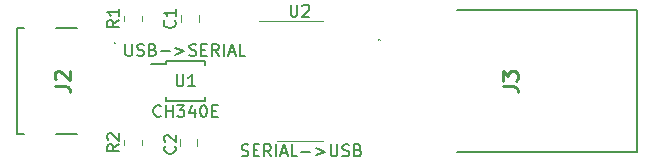
<source format=gbr>
%TF.GenerationSoftware,KiCad,Pcbnew,7.0.2*%
%TF.CreationDate,2024-06-22T12:15:53+01:00*%
%TF.ProjectId,USB HID,55534220-4849-4442-9e6b-696361645f70,rev?*%
%TF.SameCoordinates,Original*%
%TF.FileFunction,Legend,Top*%
%TF.FilePolarity,Positive*%
%FSLAX46Y46*%
G04 Gerber Fmt 4.6, Leading zero omitted, Abs format (unit mm)*
G04 Created by KiCad (PCBNEW 7.0.2) date 2024-06-22 12:15:53*
%MOMM*%
%LPD*%
G01*
G04 APERTURE LIST*
%ADD10C,0.150000*%
%ADD11C,0.254000*%
%ADD12C,0.120000*%
%ADD13C,0.200000*%
%ADD14C,0.100000*%
G04 APERTURE END LIST*
D10*
X128833977Y-81110000D02*
X128976834Y-81157619D01*
X128976834Y-81157619D02*
X129214929Y-81157619D01*
X129214929Y-81157619D02*
X129310167Y-81110000D01*
X129310167Y-81110000D02*
X129357786Y-81062380D01*
X129357786Y-81062380D02*
X129405405Y-80967142D01*
X129405405Y-80967142D02*
X129405405Y-80871904D01*
X129405405Y-80871904D02*
X129357786Y-80776666D01*
X129357786Y-80776666D02*
X129310167Y-80729047D01*
X129310167Y-80729047D02*
X129214929Y-80681428D01*
X129214929Y-80681428D02*
X129024453Y-80633809D01*
X129024453Y-80633809D02*
X128929215Y-80586190D01*
X128929215Y-80586190D02*
X128881596Y-80538571D01*
X128881596Y-80538571D02*
X128833977Y-80443333D01*
X128833977Y-80443333D02*
X128833977Y-80348095D01*
X128833977Y-80348095D02*
X128881596Y-80252857D01*
X128881596Y-80252857D02*
X128929215Y-80205238D01*
X128929215Y-80205238D02*
X129024453Y-80157619D01*
X129024453Y-80157619D02*
X129262548Y-80157619D01*
X129262548Y-80157619D02*
X129405405Y-80205238D01*
X129833977Y-80633809D02*
X130167310Y-80633809D01*
X130310167Y-81157619D02*
X129833977Y-81157619D01*
X129833977Y-81157619D02*
X129833977Y-80157619D01*
X129833977Y-80157619D02*
X130310167Y-80157619D01*
X131310167Y-81157619D02*
X130976834Y-80681428D01*
X130738739Y-81157619D02*
X130738739Y-80157619D01*
X130738739Y-80157619D02*
X131119691Y-80157619D01*
X131119691Y-80157619D02*
X131214929Y-80205238D01*
X131214929Y-80205238D02*
X131262548Y-80252857D01*
X131262548Y-80252857D02*
X131310167Y-80348095D01*
X131310167Y-80348095D02*
X131310167Y-80490952D01*
X131310167Y-80490952D02*
X131262548Y-80586190D01*
X131262548Y-80586190D02*
X131214929Y-80633809D01*
X131214929Y-80633809D02*
X131119691Y-80681428D01*
X131119691Y-80681428D02*
X130738739Y-80681428D01*
X131738739Y-81157619D02*
X131738739Y-80157619D01*
X132167310Y-80871904D02*
X132643500Y-80871904D01*
X132072072Y-81157619D02*
X132405405Y-80157619D01*
X132405405Y-80157619D02*
X132738738Y-81157619D01*
X133548262Y-81157619D02*
X133072072Y-81157619D01*
X133072072Y-81157619D02*
X133072072Y-80157619D01*
X133881596Y-80776666D02*
X134643501Y-80776666D01*
X135119691Y-80490952D02*
X135881596Y-80776666D01*
X135881596Y-80776666D02*
X135119691Y-81062380D01*
X136357786Y-80157619D02*
X136357786Y-80967142D01*
X136357786Y-80967142D02*
X136405405Y-81062380D01*
X136405405Y-81062380D02*
X136453024Y-81110000D01*
X136453024Y-81110000D02*
X136548262Y-81157619D01*
X136548262Y-81157619D02*
X136738738Y-81157619D01*
X136738738Y-81157619D02*
X136833976Y-81110000D01*
X136833976Y-81110000D02*
X136881595Y-81062380D01*
X136881595Y-81062380D02*
X136929214Y-80967142D01*
X136929214Y-80967142D02*
X136929214Y-80157619D01*
X137357786Y-81110000D02*
X137500643Y-81157619D01*
X137500643Y-81157619D02*
X137738738Y-81157619D01*
X137738738Y-81157619D02*
X137833976Y-81110000D01*
X137833976Y-81110000D02*
X137881595Y-81062380D01*
X137881595Y-81062380D02*
X137929214Y-80967142D01*
X137929214Y-80967142D02*
X137929214Y-80871904D01*
X137929214Y-80871904D02*
X137881595Y-80776666D01*
X137881595Y-80776666D02*
X137833976Y-80729047D01*
X137833976Y-80729047D02*
X137738738Y-80681428D01*
X137738738Y-80681428D02*
X137548262Y-80633809D01*
X137548262Y-80633809D02*
X137453024Y-80586190D01*
X137453024Y-80586190D02*
X137405405Y-80538571D01*
X137405405Y-80538571D02*
X137357786Y-80443333D01*
X137357786Y-80443333D02*
X137357786Y-80348095D01*
X137357786Y-80348095D02*
X137405405Y-80252857D01*
X137405405Y-80252857D02*
X137453024Y-80205238D01*
X137453024Y-80205238D02*
X137548262Y-80157619D01*
X137548262Y-80157619D02*
X137786357Y-80157619D01*
X137786357Y-80157619D02*
X137929214Y-80205238D01*
X138691119Y-80633809D02*
X138833976Y-80681428D01*
X138833976Y-80681428D02*
X138881595Y-80729047D01*
X138881595Y-80729047D02*
X138929214Y-80824285D01*
X138929214Y-80824285D02*
X138929214Y-80967142D01*
X138929214Y-80967142D02*
X138881595Y-81062380D01*
X138881595Y-81062380D02*
X138833976Y-81110000D01*
X138833976Y-81110000D02*
X138738738Y-81157619D01*
X138738738Y-81157619D02*
X138357786Y-81157619D01*
X138357786Y-81157619D02*
X138357786Y-80157619D01*
X138357786Y-80157619D02*
X138691119Y-80157619D01*
X138691119Y-80157619D02*
X138786357Y-80205238D01*
X138786357Y-80205238D02*
X138833976Y-80252857D01*
X138833976Y-80252857D02*
X138881595Y-80348095D01*
X138881595Y-80348095D02*
X138881595Y-80443333D01*
X138881595Y-80443333D02*
X138833976Y-80538571D01*
X138833976Y-80538571D02*
X138786357Y-80586190D01*
X138786357Y-80586190D02*
X138691119Y-80633809D01*
X138691119Y-80633809D02*
X138357786Y-80633809D01*
X118983095Y-71648619D02*
X118983095Y-72458142D01*
X118983095Y-72458142D02*
X119030714Y-72553380D01*
X119030714Y-72553380D02*
X119078333Y-72601000D01*
X119078333Y-72601000D02*
X119173571Y-72648619D01*
X119173571Y-72648619D02*
X119364047Y-72648619D01*
X119364047Y-72648619D02*
X119459285Y-72601000D01*
X119459285Y-72601000D02*
X119506904Y-72553380D01*
X119506904Y-72553380D02*
X119554523Y-72458142D01*
X119554523Y-72458142D02*
X119554523Y-71648619D01*
X119983095Y-72601000D02*
X120125952Y-72648619D01*
X120125952Y-72648619D02*
X120364047Y-72648619D01*
X120364047Y-72648619D02*
X120459285Y-72601000D01*
X120459285Y-72601000D02*
X120506904Y-72553380D01*
X120506904Y-72553380D02*
X120554523Y-72458142D01*
X120554523Y-72458142D02*
X120554523Y-72362904D01*
X120554523Y-72362904D02*
X120506904Y-72267666D01*
X120506904Y-72267666D02*
X120459285Y-72220047D01*
X120459285Y-72220047D02*
X120364047Y-72172428D01*
X120364047Y-72172428D02*
X120173571Y-72124809D01*
X120173571Y-72124809D02*
X120078333Y-72077190D01*
X120078333Y-72077190D02*
X120030714Y-72029571D01*
X120030714Y-72029571D02*
X119983095Y-71934333D01*
X119983095Y-71934333D02*
X119983095Y-71839095D01*
X119983095Y-71839095D02*
X120030714Y-71743857D01*
X120030714Y-71743857D02*
X120078333Y-71696238D01*
X120078333Y-71696238D02*
X120173571Y-71648619D01*
X120173571Y-71648619D02*
X120411666Y-71648619D01*
X120411666Y-71648619D02*
X120554523Y-71696238D01*
X121316428Y-72124809D02*
X121459285Y-72172428D01*
X121459285Y-72172428D02*
X121506904Y-72220047D01*
X121506904Y-72220047D02*
X121554523Y-72315285D01*
X121554523Y-72315285D02*
X121554523Y-72458142D01*
X121554523Y-72458142D02*
X121506904Y-72553380D01*
X121506904Y-72553380D02*
X121459285Y-72601000D01*
X121459285Y-72601000D02*
X121364047Y-72648619D01*
X121364047Y-72648619D02*
X120983095Y-72648619D01*
X120983095Y-72648619D02*
X120983095Y-71648619D01*
X120983095Y-71648619D02*
X121316428Y-71648619D01*
X121316428Y-71648619D02*
X121411666Y-71696238D01*
X121411666Y-71696238D02*
X121459285Y-71743857D01*
X121459285Y-71743857D02*
X121506904Y-71839095D01*
X121506904Y-71839095D02*
X121506904Y-71934333D01*
X121506904Y-71934333D02*
X121459285Y-72029571D01*
X121459285Y-72029571D02*
X121411666Y-72077190D01*
X121411666Y-72077190D02*
X121316428Y-72124809D01*
X121316428Y-72124809D02*
X120983095Y-72124809D01*
X121983095Y-72267666D02*
X122745000Y-72267666D01*
X123221190Y-71981952D02*
X123983095Y-72267666D01*
X123983095Y-72267666D02*
X123221190Y-72553380D01*
X124411666Y-72601000D02*
X124554523Y-72648619D01*
X124554523Y-72648619D02*
X124792618Y-72648619D01*
X124792618Y-72648619D02*
X124887856Y-72601000D01*
X124887856Y-72601000D02*
X124935475Y-72553380D01*
X124935475Y-72553380D02*
X124983094Y-72458142D01*
X124983094Y-72458142D02*
X124983094Y-72362904D01*
X124983094Y-72362904D02*
X124935475Y-72267666D01*
X124935475Y-72267666D02*
X124887856Y-72220047D01*
X124887856Y-72220047D02*
X124792618Y-72172428D01*
X124792618Y-72172428D02*
X124602142Y-72124809D01*
X124602142Y-72124809D02*
X124506904Y-72077190D01*
X124506904Y-72077190D02*
X124459285Y-72029571D01*
X124459285Y-72029571D02*
X124411666Y-71934333D01*
X124411666Y-71934333D02*
X124411666Y-71839095D01*
X124411666Y-71839095D02*
X124459285Y-71743857D01*
X124459285Y-71743857D02*
X124506904Y-71696238D01*
X124506904Y-71696238D02*
X124602142Y-71648619D01*
X124602142Y-71648619D02*
X124840237Y-71648619D01*
X124840237Y-71648619D02*
X124983094Y-71696238D01*
X125411666Y-72124809D02*
X125744999Y-72124809D01*
X125887856Y-72648619D02*
X125411666Y-72648619D01*
X125411666Y-72648619D02*
X125411666Y-71648619D01*
X125411666Y-71648619D02*
X125887856Y-71648619D01*
X126887856Y-72648619D02*
X126554523Y-72172428D01*
X126316428Y-72648619D02*
X126316428Y-71648619D01*
X126316428Y-71648619D02*
X126697380Y-71648619D01*
X126697380Y-71648619D02*
X126792618Y-71696238D01*
X126792618Y-71696238D02*
X126840237Y-71743857D01*
X126840237Y-71743857D02*
X126887856Y-71839095D01*
X126887856Y-71839095D02*
X126887856Y-71981952D01*
X126887856Y-71981952D02*
X126840237Y-72077190D01*
X126840237Y-72077190D02*
X126792618Y-72124809D01*
X126792618Y-72124809D02*
X126697380Y-72172428D01*
X126697380Y-72172428D02*
X126316428Y-72172428D01*
X127316428Y-72648619D02*
X127316428Y-71648619D01*
X127744999Y-72362904D02*
X128221189Y-72362904D01*
X127649761Y-72648619D02*
X127983094Y-71648619D01*
X127983094Y-71648619D02*
X128316427Y-72648619D01*
X129125951Y-72648619D02*
X128649761Y-72648619D01*
X128649761Y-72648619D02*
X128649761Y-71648619D01*
%TO.C,R1*%
X118446619Y-69635666D02*
X117970428Y-69968999D01*
X118446619Y-70207094D02*
X117446619Y-70207094D01*
X117446619Y-70207094D02*
X117446619Y-69826142D01*
X117446619Y-69826142D02*
X117494238Y-69730904D01*
X117494238Y-69730904D02*
X117541857Y-69683285D01*
X117541857Y-69683285D02*
X117637095Y-69635666D01*
X117637095Y-69635666D02*
X117779952Y-69635666D01*
X117779952Y-69635666D02*
X117875190Y-69683285D01*
X117875190Y-69683285D02*
X117922809Y-69730904D01*
X117922809Y-69730904D02*
X117970428Y-69826142D01*
X117970428Y-69826142D02*
X117970428Y-70207094D01*
X118446619Y-68683285D02*
X118446619Y-69254713D01*
X118446619Y-68968999D02*
X117446619Y-68968999D01*
X117446619Y-68968999D02*
X117589476Y-69064237D01*
X117589476Y-69064237D02*
X117684714Y-69159475D01*
X117684714Y-69159475D02*
X117732333Y-69254713D01*
%TO.C,R2*%
X118445619Y-80160666D02*
X117969428Y-80493999D01*
X118445619Y-80732094D02*
X117445619Y-80732094D01*
X117445619Y-80732094D02*
X117445619Y-80351142D01*
X117445619Y-80351142D02*
X117493238Y-80255904D01*
X117493238Y-80255904D02*
X117540857Y-80208285D01*
X117540857Y-80208285D02*
X117636095Y-80160666D01*
X117636095Y-80160666D02*
X117778952Y-80160666D01*
X117778952Y-80160666D02*
X117874190Y-80208285D01*
X117874190Y-80208285D02*
X117921809Y-80255904D01*
X117921809Y-80255904D02*
X117969428Y-80351142D01*
X117969428Y-80351142D02*
X117969428Y-80732094D01*
X117540857Y-79779713D02*
X117493238Y-79732094D01*
X117493238Y-79732094D02*
X117445619Y-79636856D01*
X117445619Y-79636856D02*
X117445619Y-79398761D01*
X117445619Y-79398761D02*
X117493238Y-79303523D01*
X117493238Y-79303523D02*
X117540857Y-79255904D01*
X117540857Y-79255904D02*
X117636095Y-79208285D01*
X117636095Y-79208285D02*
X117731333Y-79208285D01*
X117731333Y-79208285D02*
X117874190Y-79255904D01*
X117874190Y-79255904D02*
X118445619Y-79827332D01*
X118445619Y-79827332D02*
X118445619Y-79208285D01*
%TO.C,C1*%
X123147380Y-69657166D02*
X123195000Y-69704785D01*
X123195000Y-69704785D02*
X123242619Y-69847642D01*
X123242619Y-69847642D02*
X123242619Y-69942880D01*
X123242619Y-69942880D02*
X123195000Y-70085737D01*
X123195000Y-70085737D02*
X123099761Y-70180975D01*
X123099761Y-70180975D02*
X123004523Y-70228594D01*
X123004523Y-70228594D02*
X122814047Y-70276213D01*
X122814047Y-70276213D02*
X122671190Y-70276213D01*
X122671190Y-70276213D02*
X122480714Y-70228594D01*
X122480714Y-70228594D02*
X122385476Y-70180975D01*
X122385476Y-70180975D02*
X122290238Y-70085737D01*
X122290238Y-70085737D02*
X122242619Y-69942880D01*
X122242619Y-69942880D02*
X122242619Y-69847642D01*
X122242619Y-69847642D02*
X122290238Y-69704785D01*
X122290238Y-69704785D02*
X122337857Y-69657166D01*
X123242619Y-68704785D02*
X123242619Y-69276213D01*
X123242619Y-68990499D02*
X122242619Y-68990499D01*
X122242619Y-68990499D02*
X122385476Y-69085737D01*
X122385476Y-69085737D02*
X122480714Y-69180975D01*
X122480714Y-69180975D02*
X122528333Y-69276213D01*
D11*
%TO.C,J3*%
X150918526Y-75234332D02*
X151825669Y-75234332D01*
X151825669Y-75234332D02*
X152007097Y-75294809D01*
X152007097Y-75294809D02*
X152128050Y-75415761D01*
X152128050Y-75415761D02*
X152188526Y-75597190D01*
X152188526Y-75597190D02*
X152188526Y-75718142D01*
X150918526Y-74750523D02*
X150918526Y-73964332D01*
X150918526Y-73964332D02*
X151402335Y-74387666D01*
X151402335Y-74387666D02*
X151402335Y-74206237D01*
X151402335Y-74206237D02*
X151462811Y-74085285D01*
X151462811Y-74085285D02*
X151523288Y-74024809D01*
X151523288Y-74024809D02*
X151644240Y-73964332D01*
X151644240Y-73964332D02*
X151946621Y-73964332D01*
X151946621Y-73964332D02*
X152067573Y-74024809D01*
X152067573Y-74024809D02*
X152128050Y-74085285D01*
X152128050Y-74085285D02*
X152188526Y-74206237D01*
X152188526Y-74206237D02*
X152188526Y-74569094D01*
X152188526Y-74569094D02*
X152128050Y-74690047D01*
X152128050Y-74690047D02*
X152067573Y-74750523D01*
D10*
%TO.C,C2*%
X123176380Y-80303666D02*
X123224000Y-80351285D01*
X123224000Y-80351285D02*
X123271619Y-80494142D01*
X123271619Y-80494142D02*
X123271619Y-80589380D01*
X123271619Y-80589380D02*
X123224000Y-80732237D01*
X123224000Y-80732237D02*
X123128761Y-80827475D01*
X123128761Y-80827475D02*
X123033523Y-80875094D01*
X123033523Y-80875094D02*
X122843047Y-80922713D01*
X122843047Y-80922713D02*
X122700190Y-80922713D01*
X122700190Y-80922713D02*
X122509714Y-80875094D01*
X122509714Y-80875094D02*
X122414476Y-80827475D01*
X122414476Y-80827475D02*
X122319238Y-80732237D01*
X122319238Y-80732237D02*
X122271619Y-80589380D01*
X122271619Y-80589380D02*
X122271619Y-80494142D01*
X122271619Y-80494142D02*
X122319238Y-80351285D01*
X122319238Y-80351285D02*
X122366857Y-80303666D01*
X122366857Y-79922713D02*
X122319238Y-79875094D01*
X122319238Y-79875094D02*
X122271619Y-79779856D01*
X122271619Y-79779856D02*
X122271619Y-79541761D01*
X122271619Y-79541761D02*
X122319238Y-79446523D01*
X122319238Y-79446523D02*
X122366857Y-79398904D01*
X122366857Y-79398904D02*
X122462095Y-79351285D01*
X122462095Y-79351285D02*
X122557333Y-79351285D01*
X122557333Y-79351285D02*
X122700190Y-79398904D01*
X122700190Y-79398904D02*
X123271619Y-79970332D01*
X123271619Y-79970332D02*
X123271619Y-79351285D01*
%TO.C,U2*%
X132969095Y-68329619D02*
X132969095Y-69139142D01*
X132969095Y-69139142D02*
X133016714Y-69234380D01*
X133016714Y-69234380D02*
X133064333Y-69282000D01*
X133064333Y-69282000D02*
X133159571Y-69329619D01*
X133159571Y-69329619D02*
X133350047Y-69329619D01*
X133350047Y-69329619D02*
X133445285Y-69282000D01*
X133445285Y-69282000D02*
X133492904Y-69234380D01*
X133492904Y-69234380D02*
X133540523Y-69139142D01*
X133540523Y-69139142D02*
X133540523Y-68329619D01*
X133969095Y-68424857D02*
X134016714Y-68377238D01*
X134016714Y-68377238D02*
X134111952Y-68329619D01*
X134111952Y-68329619D02*
X134350047Y-68329619D01*
X134350047Y-68329619D02*
X134445285Y-68377238D01*
X134445285Y-68377238D02*
X134492904Y-68424857D01*
X134492904Y-68424857D02*
X134540523Y-68520095D01*
X134540523Y-68520095D02*
X134540523Y-68615333D01*
X134540523Y-68615333D02*
X134492904Y-68758190D01*
X134492904Y-68758190D02*
X133921476Y-69329619D01*
X133921476Y-69329619D02*
X134540523Y-69329619D01*
D11*
%TO.C,J2*%
X113004526Y-75190332D02*
X113911669Y-75190332D01*
X113911669Y-75190332D02*
X114093097Y-75250809D01*
X114093097Y-75250809D02*
X114214050Y-75371761D01*
X114214050Y-75371761D02*
X114274526Y-75553190D01*
X114274526Y-75553190D02*
X114274526Y-75674142D01*
X113125478Y-74646047D02*
X113065002Y-74585571D01*
X113065002Y-74585571D02*
X113004526Y-74464618D01*
X113004526Y-74464618D02*
X113004526Y-74162237D01*
X113004526Y-74162237D02*
X113065002Y-74041285D01*
X113065002Y-74041285D02*
X113125478Y-73980809D01*
X113125478Y-73980809D02*
X113246430Y-73920332D01*
X113246430Y-73920332D02*
X113367383Y-73920332D01*
X113367383Y-73920332D02*
X113548811Y-73980809D01*
X113548811Y-73980809D02*
X114274526Y-74706523D01*
X114274526Y-74706523D02*
X114274526Y-73920332D01*
D10*
%TO.C,U1*%
X123317095Y-74229619D02*
X123317095Y-75039142D01*
X123317095Y-75039142D02*
X123364714Y-75134380D01*
X123364714Y-75134380D02*
X123412333Y-75182000D01*
X123412333Y-75182000D02*
X123507571Y-75229619D01*
X123507571Y-75229619D02*
X123698047Y-75229619D01*
X123698047Y-75229619D02*
X123793285Y-75182000D01*
X123793285Y-75182000D02*
X123840904Y-75134380D01*
X123840904Y-75134380D02*
X123888523Y-75039142D01*
X123888523Y-75039142D02*
X123888523Y-74229619D01*
X124888523Y-75229619D02*
X124317095Y-75229619D01*
X124602809Y-75229619D02*
X124602809Y-74229619D01*
X124602809Y-74229619D02*
X124507571Y-74372476D01*
X124507571Y-74372476D02*
X124412333Y-74467714D01*
X124412333Y-74467714D02*
X124317095Y-74515333D01*
X121983761Y-77734380D02*
X121936142Y-77782000D01*
X121936142Y-77782000D02*
X121793285Y-77829619D01*
X121793285Y-77829619D02*
X121698047Y-77829619D01*
X121698047Y-77829619D02*
X121555190Y-77782000D01*
X121555190Y-77782000D02*
X121459952Y-77686761D01*
X121459952Y-77686761D02*
X121412333Y-77591523D01*
X121412333Y-77591523D02*
X121364714Y-77401047D01*
X121364714Y-77401047D02*
X121364714Y-77258190D01*
X121364714Y-77258190D02*
X121412333Y-77067714D01*
X121412333Y-77067714D02*
X121459952Y-76972476D01*
X121459952Y-76972476D02*
X121555190Y-76877238D01*
X121555190Y-76877238D02*
X121698047Y-76829619D01*
X121698047Y-76829619D02*
X121793285Y-76829619D01*
X121793285Y-76829619D02*
X121936142Y-76877238D01*
X121936142Y-76877238D02*
X121983761Y-76924857D01*
X122412333Y-77829619D02*
X122412333Y-76829619D01*
X122412333Y-77305809D02*
X122983761Y-77305809D01*
X122983761Y-77829619D02*
X122983761Y-76829619D01*
X123364714Y-76829619D02*
X123983761Y-76829619D01*
X123983761Y-76829619D02*
X123650428Y-77210571D01*
X123650428Y-77210571D02*
X123793285Y-77210571D01*
X123793285Y-77210571D02*
X123888523Y-77258190D01*
X123888523Y-77258190D02*
X123936142Y-77305809D01*
X123936142Y-77305809D02*
X123983761Y-77401047D01*
X123983761Y-77401047D02*
X123983761Y-77639142D01*
X123983761Y-77639142D02*
X123936142Y-77734380D01*
X123936142Y-77734380D02*
X123888523Y-77782000D01*
X123888523Y-77782000D02*
X123793285Y-77829619D01*
X123793285Y-77829619D02*
X123507571Y-77829619D01*
X123507571Y-77829619D02*
X123412333Y-77782000D01*
X123412333Y-77782000D02*
X123364714Y-77734380D01*
X124840904Y-77162952D02*
X124840904Y-77829619D01*
X124602809Y-76782000D02*
X124364714Y-77496285D01*
X124364714Y-77496285D02*
X124983761Y-77496285D01*
X125555190Y-76829619D02*
X125650428Y-76829619D01*
X125650428Y-76829619D02*
X125745666Y-76877238D01*
X125745666Y-76877238D02*
X125793285Y-76924857D01*
X125793285Y-76924857D02*
X125840904Y-77020095D01*
X125840904Y-77020095D02*
X125888523Y-77210571D01*
X125888523Y-77210571D02*
X125888523Y-77448666D01*
X125888523Y-77448666D02*
X125840904Y-77639142D01*
X125840904Y-77639142D02*
X125793285Y-77734380D01*
X125793285Y-77734380D02*
X125745666Y-77782000D01*
X125745666Y-77782000D02*
X125650428Y-77829619D01*
X125650428Y-77829619D02*
X125555190Y-77829619D01*
X125555190Y-77829619D02*
X125459952Y-77782000D01*
X125459952Y-77782000D02*
X125412333Y-77734380D01*
X125412333Y-77734380D02*
X125364714Y-77639142D01*
X125364714Y-77639142D02*
X125317095Y-77448666D01*
X125317095Y-77448666D02*
X125317095Y-77210571D01*
X125317095Y-77210571D02*
X125364714Y-77020095D01*
X125364714Y-77020095D02*
X125412333Y-76924857D01*
X125412333Y-76924857D02*
X125459952Y-76877238D01*
X125459952Y-76877238D02*
X125555190Y-76829619D01*
X126317095Y-77305809D02*
X126650428Y-77305809D01*
X126793285Y-77829619D02*
X126317095Y-77829619D01*
X126317095Y-77829619D02*
X126317095Y-76829619D01*
X126317095Y-76829619D02*
X126793285Y-76829619D01*
D12*
%TO.C,R1*%
X118899000Y-69696064D02*
X118899000Y-69241936D01*
X120369000Y-69696064D02*
X120369000Y-69241936D01*
%TO.C,R2*%
X118899000Y-79766936D02*
X118899000Y-80221064D01*
X120369000Y-79766936D02*
X120369000Y-80221064D01*
%TO.C,C1*%
X123725000Y-69751752D02*
X123725000Y-69229248D01*
X125195000Y-69751752D02*
X125195000Y-69229248D01*
D13*
%TO.C,J3*%
X147066000Y-80811000D02*
X162276000Y-80811000D01*
X162276000Y-80811000D02*
X162276000Y-68811000D01*
X162276000Y-68811000D02*
X147066000Y-68811000D01*
D14*
X140501000Y-71311000D02*
X140501000Y-71311000D01*
X140401000Y-71311000D02*
X140401000Y-71311000D01*
X140501000Y-71311000D02*
G75*
G03*
X140401000Y-71311000I-50000J0D01*
G01*
X140401000Y-71311000D02*
G75*
G03*
X140501000Y-71311000I50000J0D01*
G01*
D12*
%TO.C,C2*%
X123598000Y-79727248D02*
X123598000Y-80249752D01*
X125068000Y-79727248D02*
X125068000Y-80249752D01*
%TO.C,U2*%
X133731000Y-79827000D02*
X131781000Y-79827000D01*
X133731000Y-69707000D02*
X135681000Y-69707000D01*
X133731000Y-79827000D02*
X135681000Y-79827000D01*
X133731000Y-69707000D02*
X130281000Y-69707000D01*
D13*
%TO.C,J2*%
X110412000Y-70297000D02*
X109787000Y-70297000D01*
X109787000Y-70297000D02*
X109787000Y-79237000D01*
X109787000Y-79237000D02*
X110412000Y-79237000D01*
X114912000Y-70297000D02*
X113112000Y-70297000D01*
X114912000Y-79237000D02*
X113112000Y-79237000D01*
D14*
X118012000Y-71567000D02*
X118012000Y-71567000D01*
X118112000Y-71567000D02*
X118112000Y-71567000D01*
X118012000Y-71567000D02*
G75*
G03*
X118112000Y-71567000I50000J0D01*
G01*
X118112000Y-71567000D02*
G75*
G03*
X118012000Y-71567000I-50000J0D01*
G01*
D10*
%TO.C,U1*%
X122404000Y-73092000D02*
X122404000Y-73317000D01*
X122404000Y-73092000D02*
X125754000Y-73092000D01*
X122404000Y-73317000D02*
X121179000Y-73317000D01*
X122404000Y-76442000D02*
X122404000Y-76142000D01*
X122404000Y-76442000D02*
X125754000Y-76442000D01*
X125754000Y-73092000D02*
X125754000Y-73392000D01*
X125754000Y-76442000D02*
X125754000Y-76142000D01*
%TD*%
M02*

</source>
